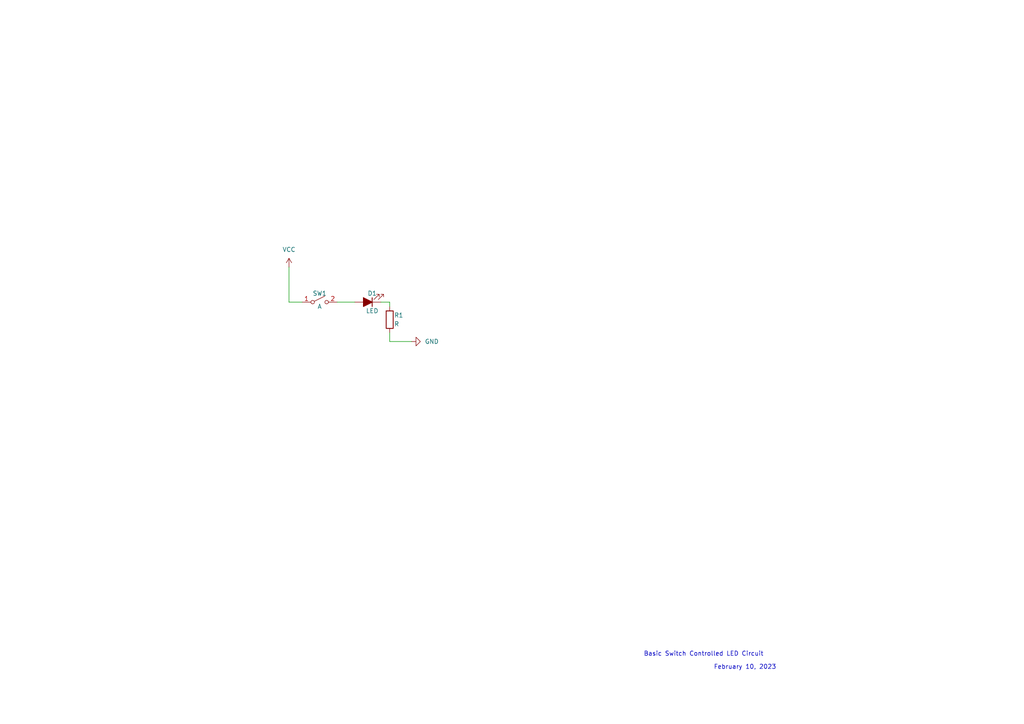
<source format=kicad_sch>
(kicad_sch (version 20211123) (generator eeschema)
  (paper "A4")
  (lib_symbols
    (symbol "Device:LED_Filled" (pin_numbers hide) (pin_names (offset 1.016) hide)
      (property "Reference" "D" (at 0 2.54 0))
      (property "Value" "LED_Filled" (at 0 -2.54 0))
      (symbol "LED_Filled_0_1"
        (polyline (pts (xy -1.27 -1.27) (xy -1.27 1.27)) (stroke (width 0.254)))
        (polyline (pts (xy -1.27 0) (xy 1.27 0)))
        (polyline (pts (xy 1.27 -1.27) (xy 1.27 1.27) (xy -1.27 0) (xy 1.27 -1.27)) (stroke (width 0.254)) (fill (type outline)))
        (polyline (pts (xy -3.048 -0.762) (xy -4.572 -2.286) (xy -3.81 -2.286) (xy -4.572 -2.286) (xy -4.572 -1.524)))
        (polyline (pts (xy -1.778 -0.762) (xy -3.302 -2.286) (xy -2.54 -2.286) (xy -3.302 -2.286) (xy -3.302 -1.524)))
      )
      (symbol "LED_Filled_1_1"
        (pin passive line (at -3.81 0 0) (length 2.54) (name "K") (number "1"))
        (pin passive line (at 3.81 0 180) (length 2.54) (name "A") (number "2"))
      )
    )
    (symbol "Device:R" (pin_numbers hide) (pin_names (offset 0))
      (property "Reference" "R" (at 2.032 0 90))
      (property "Value" "R" (at 0 0 90))
      (symbol "R_0_1"
        (rectangle (start -1.016 -2.54) (end 1.016 2.54) (stroke (width 0.254)))
      )
      (symbol "R_1_1"
        (pin passive line (at 0 3.81 270) (length 1.27) (name "~") (number "1"))
        (pin passive line (at 0 -3.81 90) (length 1.27) (name "~") (number "2"))
      )
    )
    (symbol "Switch:SW_SPST" (pin_names (offset 0) hide)
      (property "Reference" "SW" (at 0 3.175 0))
      (property "Value" "SW_SPST" (at 0 -2.54 0))
      (symbol "SW_SPST_0_0"
        (circle (center -2.032 0) (radius 0.508))
        (polyline (pts (xy -1.524 0.254) (xy 1.524 1.778)))
        (circle (center 2.032 0) (radius 0.508))
      )
      (symbol "SW_SPST_1_1"
        (pin passive line (at -5.08 0 0) (length 2.54) (name "A") (number "1"))
        (pin passive line (at 5.08 0 180) (length 2.54) (name "B") (number "2"))
      )
    )
    (symbol "power:GND" (power) (pin_names (offset 0))
      (property "Value" "GND" (at 0 -3.81 0))
      (symbol "GND_0_1"
        (polyline (pts (xy 0 0) (xy 0 -1.27) (xy 1.27 -1.27) (xy 0 -2.54) (xy -1.27 -1.27) (xy 0 -1.27)))
      )
      (symbol "GND_1_1"
        (pin power_in line (at 0 0 270) (length 0) hide (name "GND") (number "1"))
      )
    )
    (symbol "power:VCC" (power) (pin_names (offset 0))
      (property "Value" "VCC" (at 0 3.81 0))
      (symbol "VCC_0_1"
        (polyline (pts (xy -0.762 1.27) (xy 0 2.54)))
        (polyline (pts (xy 0 0) (xy 0 2.54)))
        (polyline (pts (xy 0 2.54) (xy 0.762 1.27)))
      )
      (symbol "VCC_1_1"
        (pin power_in line (at 0 0 90) (length 0) hide (name "VCC") (number "1"))
      )
    )
  )
  (wire (pts (xy 83.82 77.47) (xy 83.82 87.63)))
  (wire (pts (xy 110.49 87.63) (xy 113.03 87.63)))
  (wire (pts (xy 83.82 87.63) (xy 87.63 87.63)))
  (wire (pts (xy 113.03 96.52) (xy 113.03 99.06)))
  (wire (pts (xy 97.79 87.63) (xy 102.87 87.63)))
  (wire (pts (xy 113.03 87.63) (xy 113.03 88.9)))
  (wire (pts (xy 113.03 99.06) (xy 119.38 99.06)))
  (text "Basic Switch Controlled LED Circuit" (at 186.69 190.5 0) (effects (font (size 1.27 1.27)) (justify left bottom)))
  (text "February 10, 2023" (at 207.01 194.31 0) (effects (font (size 1.27 1.27)) (justify left bottom)))
  (symbol (lib_id "Switch:SW_SPST") (at 92.71 87.63 0) (unit 1)
    (property "Reference" "SW1" (at 92.71 85.09 0))
    (property "Value" "A" (at 92.71 88.9 0))
  )
  (symbol (lib_id "power:GND") (at 119.38 99.06 90) (unit 1)
    (property "Reference" "#PWR?" (effects hide))
    (property "Value" "GND" (at 123.19 99.0599 90) (effects (justify right)))
  )
  (symbol (lib_id "power:VCC") (at 83.82 77.47 0) (unit 1)
    (property "Reference" "#PWR?" (effects hide))
    (property "Value" "VCC" (at 83.82 72.39 0))
  )
  (symbol (lib_id "Device:LED_Filled") (at 106.68 87.63 180) (unit 1)
    (property "Reference" "D1" (at 107.95 85.09 0))
    (property "Value" "LED" (at 107.95 90.17 0))
  )
  (symbol (lib_id "Device:R") (at 113.03 92.71 0) (unit 1)
    (property "Reference" "R1" (at 114.3 91.44 0) (effects (justify left)))
    (property "Value" "R" (at 114.3 93.98 0) (effects (justify left)))
  )
)
</source>
